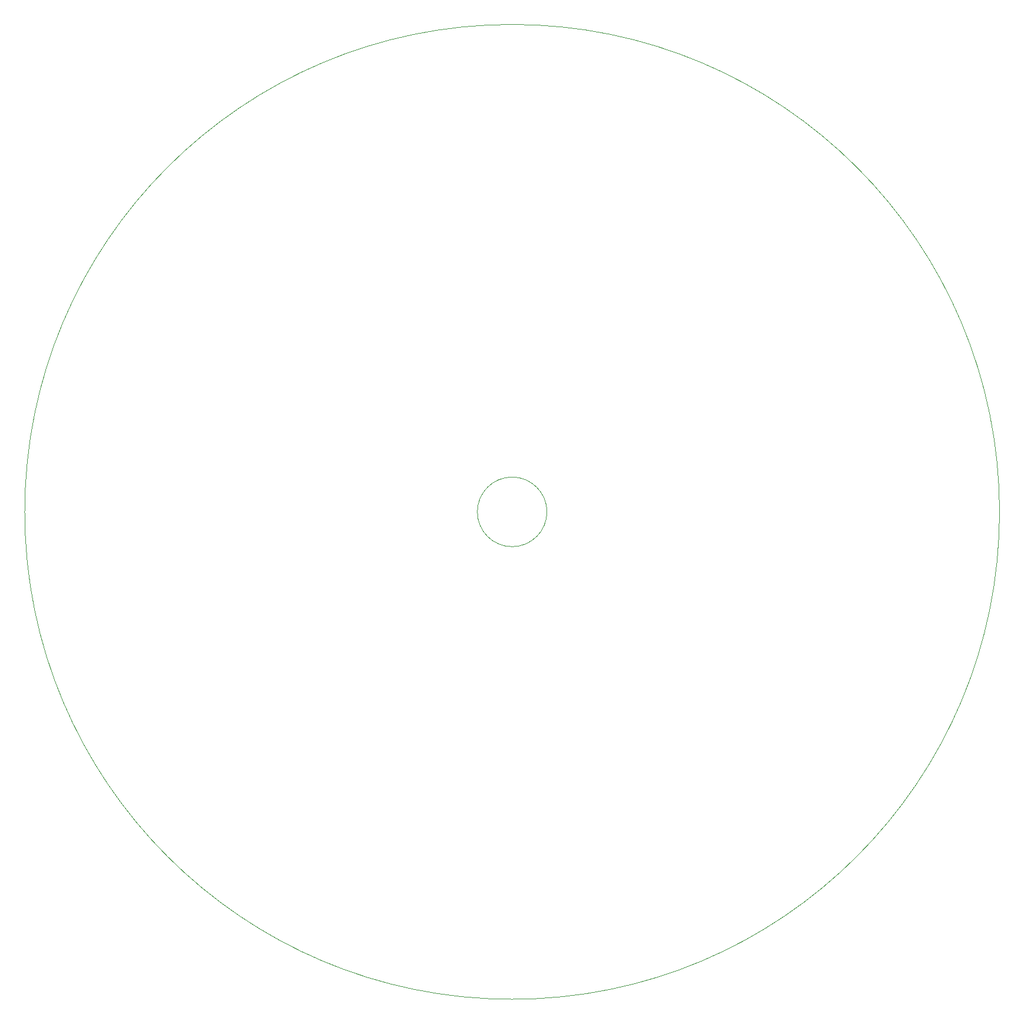
<source format=gbr>
%TF.GenerationSoftware,KiCad,Pcbnew,7.99.0-3356-g00904e8e23*%
%TF.CreationDate,2023-10-26T14:27:13+05:30*%
%TF.ProjectId,kimotor-project,6b696d6f-746f-4722-9d70-726f6a656374,rev?*%
%TF.SameCoordinates,Original*%
%TF.FileFunction,Profile,NP*%
%FSLAX46Y46*%
G04 Gerber Fmt 4.6, Leading zero omitted, Abs format (unit mm)*
G04 Created by KiCad (PCBNEW 7.99.0-3356-g00904e8e23) date 2023-10-26 14:27:13*
%MOMM*%
%LPD*%
G01*
G04 APERTURE LIST*
%TA.AperFunction,Profile*%
%ADD10C,0.100000*%
%TD*%
G04 APERTURE END LIST*
D10*
X5000000Y0D02*
G75*
G02*
X5000000Y0I-5000000J0D01*
G01*
X70000000Y0D02*
G75*
G02*
X70000000Y0I-70000000J0D01*
G01*
X70000000Y0D02*
G75*
G02*
X70000000Y0I-70000000J0D01*
G01*
X5000000Y0D02*
G75*
G02*
X5000000Y0I-5000000J0D01*
G01*
M02*

</source>
